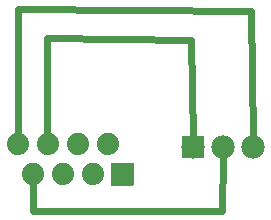
<source format=gbl>
G04 MADE WITH FRITZING*
G04 WWW.FRITZING.ORG*
G04 DOUBLE SIDED*
G04 HOLES PLATED*
G04 CONTOUR ON CENTER OF CONTOUR VECTOR*
%ASAXBY*%
%FSLAX23Y23*%
%MOIN*%
%OFA0B0*%
%SFA1.0B1.0*%
%ADD10C,0.078000*%
%ADD11C,0.074000*%
%ADD12R,0.078000X0.078000*%
%ADD13C,0.024000*%
%ADD14R,0.001000X0.001000*%
%LNCOPPER0*%
G90*
G70*
G54D10*
X728Y467D03*
X828Y467D03*
X928Y467D03*
G54D11*
X143Y475D03*
X193Y375D03*
X243Y475D03*
X343Y475D03*
X443Y475D03*
X293Y375D03*
X393Y375D03*
X493Y375D03*
X143Y475D03*
X193Y375D03*
X243Y475D03*
X343Y475D03*
X443Y475D03*
X293Y375D03*
X393Y375D03*
X493Y375D03*
G54D12*
X728Y467D03*
G54D13*
X240Y830D02*
X721Y822D01*
D02*
X721Y822D02*
X728Y497D01*
D02*
X242Y505D02*
X240Y830D01*
D02*
X921Y919D02*
X143Y926D01*
D02*
X143Y926D02*
X143Y505D01*
D02*
X928Y497D02*
X921Y919D01*
D02*
X195Y252D02*
X193Y344D01*
D02*
X825Y252D02*
X195Y252D01*
D02*
X828Y437D02*
X825Y252D01*
G54D14*
X456Y411D02*
X529Y411D01*
X456Y410D02*
X529Y410D01*
X456Y409D02*
X529Y409D01*
X456Y408D02*
X529Y408D01*
X456Y407D02*
X529Y407D01*
X456Y406D02*
X529Y406D01*
X456Y405D02*
X529Y405D01*
X456Y404D02*
X529Y404D01*
X456Y403D02*
X529Y403D01*
X456Y402D02*
X529Y402D01*
X456Y401D02*
X529Y401D01*
X456Y400D02*
X529Y400D01*
X456Y399D02*
X529Y399D01*
X456Y398D02*
X529Y398D01*
X456Y397D02*
X529Y397D01*
X456Y396D02*
X529Y396D01*
X456Y395D02*
X529Y395D01*
X456Y394D02*
X487Y394D01*
X497Y394D02*
X529Y394D01*
X456Y393D02*
X484Y393D01*
X501Y393D02*
X529Y393D01*
X456Y392D02*
X482Y392D01*
X502Y392D02*
X529Y392D01*
X456Y391D02*
X480Y391D01*
X504Y391D02*
X529Y391D01*
X456Y390D02*
X479Y390D01*
X505Y390D02*
X529Y390D01*
X456Y389D02*
X478Y389D01*
X506Y389D02*
X529Y389D01*
X456Y388D02*
X477Y388D01*
X507Y388D02*
X529Y388D01*
X456Y387D02*
X476Y387D01*
X508Y387D02*
X529Y387D01*
X456Y386D02*
X475Y386D01*
X509Y386D02*
X529Y386D01*
X456Y385D02*
X475Y385D01*
X510Y385D02*
X529Y385D01*
X456Y384D02*
X474Y384D01*
X510Y384D02*
X529Y384D01*
X456Y383D02*
X474Y383D01*
X511Y383D02*
X529Y383D01*
X456Y382D02*
X473Y382D01*
X511Y382D02*
X529Y382D01*
X456Y381D02*
X473Y381D01*
X511Y381D02*
X529Y381D01*
X456Y380D02*
X473Y380D01*
X512Y380D02*
X529Y380D01*
X456Y379D02*
X472Y379D01*
X512Y379D02*
X529Y379D01*
X456Y378D02*
X472Y378D01*
X512Y378D02*
X529Y378D01*
X456Y377D02*
X472Y377D01*
X512Y377D02*
X529Y377D01*
X456Y376D02*
X472Y376D01*
X512Y376D02*
X529Y376D01*
X456Y375D02*
X472Y375D01*
X512Y375D02*
X529Y375D01*
X456Y374D02*
X472Y374D01*
X512Y374D02*
X529Y374D01*
X456Y373D02*
X472Y373D01*
X512Y373D02*
X529Y373D01*
X456Y372D02*
X472Y372D01*
X512Y372D02*
X529Y372D01*
X456Y371D02*
X472Y371D01*
X512Y371D02*
X529Y371D01*
X456Y370D02*
X473Y370D01*
X512Y370D02*
X529Y370D01*
X456Y369D02*
X473Y369D01*
X511Y369D02*
X529Y369D01*
X456Y368D02*
X473Y368D01*
X511Y368D02*
X529Y368D01*
X456Y367D02*
X474Y367D01*
X511Y367D02*
X529Y367D01*
X456Y366D02*
X474Y366D01*
X510Y366D02*
X529Y366D01*
X456Y365D02*
X475Y365D01*
X510Y365D02*
X529Y365D01*
X456Y364D02*
X475Y364D01*
X509Y364D02*
X529Y364D01*
X456Y363D02*
X476Y363D01*
X508Y363D02*
X529Y363D01*
X456Y362D02*
X477Y362D01*
X507Y362D02*
X529Y362D01*
X456Y361D02*
X478Y361D01*
X507Y361D02*
X529Y361D01*
X456Y360D02*
X479Y360D01*
X505Y360D02*
X529Y360D01*
X456Y359D02*
X480Y359D01*
X504Y359D02*
X529Y359D01*
X456Y358D02*
X482Y358D01*
X503Y358D02*
X529Y358D01*
X456Y357D02*
X484Y357D01*
X501Y357D02*
X529Y357D01*
X456Y356D02*
X487Y356D01*
X498Y356D02*
X529Y356D01*
X456Y355D02*
X529Y355D01*
X456Y354D02*
X529Y354D01*
X456Y353D02*
X529Y353D01*
X456Y352D02*
X529Y352D01*
X456Y351D02*
X529Y351D01*
X456Y350D02*
X529Y350D01*
X456Y349D02*
X529Y349D01*
X456Y348D02*
X529Y348D01*
X456Y347D02*
X529Y347D01*
X456Y346D02*
X529Y346D01*
X456Y345D02*
X529Y345D01*
X456Y344D02*
X529Y344D01*
X456Y343D02*
X529Y343D01*
X456Y342D02*
X529Y342D01*
X456Y341D02*
X529Y341D01*
X456Y340D02*
X529Y340D01*
X456Y339D02*
X529Y339D01*
X456Y338D02*
X528Y338D01*
D02*
G04 End of Copper0*
M02*
</source>
